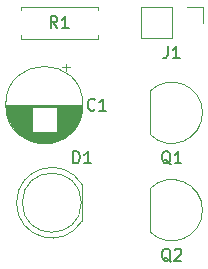
<source format=gbr>
G04 #@! TF.GenerationSoftware,KiCad,Pcbnew,(5.1.5)-3*
G04 #@! TF.CreationDate,2020-05-15T17:18:22+09:00*
G04 #@! TF.ProjectId,test1,74657374-312e-46b6-9963-61645f706362,rev?*
G04 #@! TF.SameCoordinates,Original*
G04 #@! TF.FileFunction,Legend,Top*
G04 #@! TF.FilePolarity,Positive*
%FSLAX46Y46*%
G04 Gerber Fmt 4.6, Leading zero omitted, Abs format (unit mm)*
G04 Created by KiCad (PCBNEW (5.1.5)-3) date 2020-05-15 17:18:22*
%MOMM*%
%LPD*%
G04 APERTURE LIST*
%ADD10C,0.120000*%
%ADD11C,0.150000*%
G04 APERTURE END LIST*
D10*
X86455000Y-109835000D02*
G75*
G03X86455000Y-109835000I-3270000J0D01*
G01*
X86415000Y-109835000D02*
X79955000Y-109835000D01*
X86415000Y-109875000D02*
X79955000Y-109875000D01*
X86415000Y-109915000D02*
X79955000Y-109915000D01*
X86413000Y-109955000D02*
X79957000Y-109955000D01*
X86412000Y-109995000D02*
X79958000Y-109995000D01*
X86409000Y-110035000D02*
X79961000Y-110035000D01*
X86407000Y-110075000D02*
X84225000Y-110075000D01*
X82145000Y-110075000D02*
X79963000Y-110075000D01*
X86403000Y-110115000D02*
X84225000Y-110115000D01*
X82145000Y-110115000D02*
X79967000Y-110115000D01*
X86400000Y-110155000D02*
X84225000Y-110155000D01*
X82145000Y-110155000D02*
X79970000Y-110155000D01*
X86396000Y-110195000D02*
X84225000Y-110195000D01*
X82145000Y-110195000D02*
X79974000Y-110195000D01*
X86391000Y-110235000D02*
X84225000Y-110235000D01*
X82145000Y-110235000D02*
X79979000Y-110235000D01*
X86386000Y-110275000D02*
X84225000Y-110275000D01*
X82145000Y-110275000D02*
X79984000Y-110275000D01*
X86380000Y-110315000D02*
X84225000Y-110315000D01*
X82145000Y-110315000D02*
X79990000Y-110315000D01*
X86374000Y-110355000D02*
X84225000Y-110355000D01*
X82145000Y-110355000D02*
X79996000Y-110355000D01*
X86367000Y-110395000D02*
X84225000Y-110395000D01*
X82145000Y-110395000D02*
X80003000Y-110395000D01*
X86360000Y-110435000D02*
X84225000Y-110435000D01*
X82145000Y-110435000D02*
X80010000Y-110435000D01*
X86352000Y-110475000D02*
X84225000Y-110475000D01*
X82145000Y-110475000D02*
X80018000Y-110475000D01*
X86344000Y-110515000D02*
X84225000Y-110515000D01*
X82145000Y-110515000D02*
X80026000Y-110515000D01*
X86335000Y-110556000D02*
X84225000Y-110556000D01*
X82145000Y-110556000D02*
X80035000Y-110556000D01*
X86326000Y-110596000D02*
X84225000Y-110596000D01*
X82145000Y-110596000D02*
X80044000Y-110596000D01*
X86316000Y-110636000D02*
X84225000Y-110636000D01*
X82145000Y-110636000D02*
X80054000Y-110636000D01*
X86306000Y-110676000D02*
X84225000Y-110676000D01*
X82145000Y-110676000D02*
X80064000Y-110676000D01*
X86295000Y-110716000D02*
X84225000Y-110716000D01*
X82145000Y-110716000D02*
X80075000Y-110716000D01*
X86283000Y-110756000D02*
X84225000Y-110756000D01*
X82145000Y-110756000D02*
X80087000Y-110756000D01*
X86271000Y-110796000D02*
X84225000Y-110796000D01*
X82145000Y-110796000D02*
X80099000Y-110796000D01*
X86259000Y-110836000D02*
X84225000Y-110836000D01*
X82145000Y-110836000D02*
X80111000Y-110836000D01*
X86246000Y-110876000D02*
X84225000Y-110876000D01*
X82145000Y-110876000D02*
X80124000Y-110876000D01*
X86232000Y-110916000D02*
X84225000Y-110916000D01*
X82145000Y-110916000D02*
X80138000Y-110916000D01*
X86218000Y-110956000D02*
X84225000Y-110956000D01*
X82145000Y-110956000D02*
X80152000Y-110956000D01*
X86203000Y-110996000D02*
X84225000Y-110996000D01*
X82145000Y-110996000D02*
X80167000Y-110996000D01*
X86187000Y-111036000D02*
X84225000Y-111036000D01*
X82145000Y-111036000D02*
X80183000Y-111036000D01*
X86171000Y-111076000D02*
X84225000Y-111076000D01*
X82145000Y-111076000D02*
X80199000Y-111076000D01*
X86155000Y-111116000D02*
X84225000Y-111116000D01*
X82145000Y-111116000D02*
X80215000Y-111116000D01*
X86137000Y-111156000D02*
X84225000Y-111156000D01*
X82145000Y-111156000D02*
X80233000Y-111156000D01*
X86119000Y-111196000D02*
X84225000Y-111196000D01*
X82145000Y-111196000D02*
X80251000Y-111196000D01*
X86101000Y-111236000D02*
X84225000Y-111236000D01*
X82145000Y-111236000D02*
X80269000Y-111236000D01*
X86081000Y-111276000D02*
X84225000Y-111276000D01*
X82145000Y-111276000D02*
X80289000Y-111276000D01*
X86061000Y-111316000D02*
X84225000Y-111316000D01*
X82145000Y-111316000D02*
X80309000Y-111316000D01*
X86041000Y-111356000D02*
X84225000Y-111356000D01*
X82145000Y-111356000D02*
X80329000Y-111356000D01*
X86019000Y-111396000D02*
X84225000Y-111396000D01*
X82145000Y-111396000D02*
X80351000Y-111396000D01*
X85997000Y-111436000D02*
X84225000Y-111436000D01*
X82145000Y-111436000D02*
X80373000Y-111436000D01*
X85975000Y-111476000D02*
X84225000Y-111476000D01*
X82145000Y-111476000D02*
X80395000Y-111476000D01*
X85951000Y-111516000D02*
X84225000Y-111516000D01*
X82145000Y-111516000D02*
X80419000Y-111516000D01*
X85927000Y-111556000D02*
X84225000Y-111556000D01*
X82145000Y-111556000D02*
X80443000Y-111556000D01*
X85901000Y-111596000D02*
X84225000Y-111596000D01*
X82145000Y-111596000D02*
X80469000Y-111596000D01*
X85875000Y-111636000D02*
X84225000Y-111636000D01*
X82145000Y-111636000D02*
X80495000Y-111636000D01*
X85849000Y-111676000D02*
X84225000Y-111676000D01*
X82145000Y-111676000D02*
X80521000Y-111676000D01*
X85821000Y-111716000D02*
X84225000Y-111716000D01*
X82145000Y-111716000D02*
X80549000Y-111716000D01*
X85792000Y-111756000D02*
X84225000Y-111756000D01*
X82145000Y-111756000D02*
X80578000Y-111756000D01*
X85763000Y-111796000D02*
X84225000Y-111796000D01*
X82145000Y-111796000D02*
X80607000Y-111796000D01*
X85733000Y-111836000D02*
X84225000Y-111836000D01*
X82145000Y-111836000D02*
X80637000Y-111836000D01*
X85701000Y-111876000D02*
X84225000Y-111876000D01*
X82145000Y-111876000D02*
X80669000Y-111876000D01*
X85669000Y-111916000D02*
X84225000Y-111916000D01*
X82145000Y-111916000D02*
X80701000Y-111916000D01*
X85635000Y-111956000D02*
X84225000Y-111956000D01*
X82145000Y-111956000D02*
X80735000Y-111956000D01*
X85601000Y-111996000D02*
X84225000Y-111996000D01*
X82145000Y-111996000D02*
X80769000Y-111996000D01*
X85565000Y-112036000D02*
X84225000Y-112036000D01*
X82145000Y-112036000D02*
X80805000Y-112036000D01*
X85528000Y-112076000D02*
X84225000Y-112076000D01*
X82145000Y-112076000D02*
X80842000Y-112076000D01*
X85490000Y-112116000D02*
X84225000Y-112116000D01*
X82145000Y-112116000D02*
X80880000Y-112116000D01*
X85450000Y-112156000D02*
X80920000Y-112156000D01*
X85409000Y-112196000D02*
X80961000Y-112196000D01*
X85367000Y-112236000D02*
X81003000Y-112236000D01*
X85322000Y-112276000D02*
X81048000Y-112276000D01*
X85277000Y-112316000D02*
X81093000Y-112316000D01*
X85229000Y-112356000D02*
X81141000Y-112356000D01*
X85180000Y-112396000D02*
X81190000Y-112396000D01*
X85129000Y-112436000D02*
X81241000Y-112436000D01*
X85075000Y-112476000D02*
X81295000Y-112476000D01*
X85019000Y-112516000D02*
X81351000Y-112516000D01*
X84961000Y-112556000D02*
X81409000Y-112556000D01*
X84899000Y-112596000D02*
X81471000Y-112596000D01*
X84835000Y-112636000D02*
X81535000Y-112636000D01*
X84766000Y-112676000D02*
X81604000Y-112676000D01*
X84694000Y-112716000D02*
X81676000Y-112716000D01*
X84617000Y-112756000D02*
X81753000Y-112756000D01*
X84535000Y-112796000D02*
X81835000Y-112796000D01*
X84447000Y-112836000D02*
X81923000Y-112836000D01*
X84350000Y-112876000D02*
X82020000Y-112876000D01*
X84244000Y-112916000D02*
X82126000Y-112916000D01*
X84125000Y-112956000D02*
X82245000Y-112956000D01*
X83987000Y-112996000D02*
X82383000Y-112996000D01*
X83818000Y-113036000D02*
X82552000Y-113036000D01*
X83587000Y-113076000D02*
X82783000Y-113076000D01*
X85024000Y-106334759D02*
X85024000Y-106964759D01*
X85339000Y-106649759D02*
X84709000Y-106649759D01*
X80830000Y-118109538D02*
G75*
G03X86380000Y-119654830I2990000J-462D01*
G01*
X80830000Y-118110462D02*
G75*
G02X86380000Y-116565170I2990000J462D01*
G01*
X86320000Y-118110000D02*
G75*
G03X86320000Y-118110000I-2500000J0D01*
G01*
X86380000Y-119655000D02*
X86380000Y-116565000D01*
X91380000Y-101540000D02*
X91380000Y-104200000D01*
X93980000Y-101540000D02*
X91380000Y-101540000D01*
X93980000Y-104200000D02*
X91380000Y-104200000D01*
X93980000Y-101540000D02*
X93980000Y-104200000D01*
X95250000Y-101540000D02*
X96580000Y-101540000D01*
X96580000Y-101540000D02*
X96580000Y-102870000D01*
X92141522Y-112328478D02*
G75*
G03X96580000Y-110490000I1838478J1838478D01*
G01*
X92141522Y-108651522D02*
G75*
G02X96580000Y-110490000I1838478J-1838478D01*
G01*
X92130000Y-108690000D02*
X92130000Y-112290000D01*
X92130000Y-116945000D02*
X92130000Y-120545000D01*
X92141522Y-116906522D02*
G75*
G02X96580000Y-118745000I1838478J-1838478D01*
G01*
X92141522Y-120583478D02*
G75*
G03X96580000Y-118745000I1838478J1838478D01*
G01*
X87725000Y-103910000D02*
X87725000Y-104240000D01*
X87725000Y-104240000D02*
X81185000Y-104240000D01*
X81185000Y-104240000D02*
X81185000Y-103910000D01*
X87725000Y-101830000D02*
X87725000Y-101500000D01*
X87725000Y-101500000D02*
X81185000Y-101500000D01*
X81185000Y-101500000D02*
X81185000Y-101830000D01*
D11*
X87463333Y-110212142D02*
X87415714Y-110259761D01*
X87272857Y-110307380D01*
X87177619Y-110307380D01*
X87034761Y-110259761D01*
X86939523Y-110164523D01*
X86891904Y-110069285D01*
X86844285Y-109878809D01*
X86844285Y-109735952D01*
X86891904Y-109545476D01*
X86939523Y-109450238D01*
X87034761Y-109355000D01*
X87177619Y-109307380D01*
X87272857Y-109307380D01*
X87415714Y-109355000D01*
X87463333Y-109402619D01*
X88415714Y-110307380D02*
X87844285Y-110307380D01*
X88130000Y-110307380D02*
X88130000Y-109307380D01*
X88034761Y-109450238D01*
X87939523Y-109545476D01*
X87844285Y-109593095D01*
X85621904Y-114752380D02*
X85621904Y-113752380D01*
X85860000Y-113752380D01*
X86002857Y-113800000D01*
X86098095Y-113895238D01*
X86145714Y-113990476D01*
X86193333Y-114180952D01*
X86193333Y-114323809D01*
X86145714Y-114514285D01*
X86098095Y-114609523D01*
X86002857Y-114704761D01*
X85860000Y-114752380D01*
X85621904Y-114752380D01*
X87145714Y-114752380D02*
X86574285Y-114752380D01*
X86860000Y-114752380D02*
X86860000Y-113752380D01*
X86764761Y-113895238D01*
X86669523Y-113990476D01*
X86574285Y-114038095D01*
X93646666Y-104862380D02*
X93646666Y-105576666D01*
X93599047Y-105719523D01*
X93503809Y-105814761D01*
X93360952Y-105862380D01*
X93265714Y-105862380D01*
X94646666Y-105862380D02*
X94075238Y-105862380D01*
X94360952Y-105862380D02*
X94360952Y-104862380D01*
X94265714Y-105005238D01*
X94170476Y-105100476D01*
X94075238Y-105148095D01*
X93884761Y-114847619D02*
X93789523Y-114800000D01*
X93694285Y-114704761D01*
X93551428Y-114561904D01*
X93456190Y-114514285D01*
X93360952Y-114514285D01*
X93408571Y-114752380D02*
X93313333Y-114704761D01*
X93218095Y-114609523D01*
X93170476Y-114419047D01*
X93170476Y-114085714D01*
X93218095Y-113895238D01*
X93313333Y-113800000D01*
X93408571Y-113752380D01*
X93599047Y-113752380D01*
X93694285Y-113800000D01*
X93789523Y-113895238D01*
X93837142Y-114085714D01*
X93837142Y-114419047D01*
X93789523Y-114609523D01*
X93694285Y-114704761D01*
X93599047Y-114752380D01*
X93408571Y-114752380D01*
X94789523Y-114752380D02*
X94218095Y-114752380D01*
X94503809Y-114752380D02*
X94503809Y-113752380D01*
X94408571Y-113895238D01*
X94313333Y-113990476D01*
X94218095Y-114038095D01*
X93884761Y-123102619D02*
X93789523Y-123055000D01*
X93694285Y-122959761D01*
X93551428Y-122816904D01*
X93456190Y-122769285D01*
X93360952Y-122769285D01*
X93408571Y-123007380D02*
X93313333Y-122959761D01*
X93218095Y-122864523D01*
X93170476Y-122674047D01*
X93170476Y-122340714D01*
X93218095Y-122150238D01*
X93313333Y-122055000D01*
X93408571Y-122007380D01*
X93599047Y-122007380D01*
X93694285Y-122055000D01*
X93789523Y-122150238D01*
X93837142Y-122340714D01*
X93837142Y-122674047D01*
X93789523Y-122864523D01*
X93694285Y-122959761D01*
X93599047Y-123007380D01*
X93408571Y-123007380D01*
X94218095Y-122102619D02*
X94265714Y-122055000D01*
X94360952Y-122007380D01*
X94599047Y-122007380D01*
X94694285Y-122055000D01*
X94741904Y-122102619D01*
X94789523Y-122197857D01*
X94789523Y-122293095D01*
X94741904Y-122435952D01*
X94170476Y-123007380D01*
X94789523Y-123007380D01*
X84288333Y-103322380D02*
X83955000Y-102846190D01*
X83716904Y-103322380D02*
X83716904Y-102322380D01*
X84097857Y-102322380D01*
X84193095Y-102370000D01*
X84240714Y-102417619D01*
X84288333Y-102512857D01*
X84288333Y-102655714D01*
X84240714Y-102750952D01*
X84193095Y-102798571D01*
X84097857Y-102846190D01*
X83716904Y-102846190D01*
X85240714Y-103322380D02*
X84669285Y-103322380D01*
X84955000Y-103322380D02*
X84955000Y-102322380D01*
X84859761Y-102465238D01*
X84764523Y-102560476D01*
X84669285Y-102608095D01*
M02*

</source>
